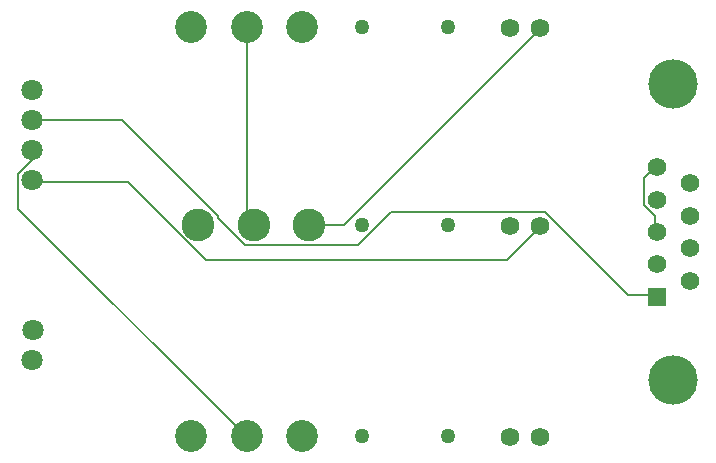
<source format=gbr>
G04 EAGLE Gerber RS-274X export*
G75*
%MOMM*%
%FSLAX34Y34*%
%LPD*%
%INBottom Copper*%
%IPPOS*%
%AMOC8*
5,1,8,0,0,1.08239X$1,22.5*%
G01*
G04 Define Apertures*
%ADD10R,1.560000X1.560000*%
%ADD11C,1.560000*%
%ADD12C,4.186000*%
%ADD13C,1.800000*%
%ADD14C,2.700000*%
%ADD15C,1.581000*%
%ADD16C,1.260000*%
%ADD17C,2.775000*%
%ADD18C,0.152400*%
D10*
X537640Y201300D03*
D11*
X537640Y228700D03*
X537640Y256100D03*
X537640Y283500D03*
X537640Y310900D03*
X566040Y215000D03*
X566040Y242400D03*
X566040Y269800D03*
X566040Y297200D03*
D12*
X551840Y381100D03*
X551840Y131200D03*
D13*
X9363Y173200D03*
X9186Y147801D03*
X9160Y376400D03*
X9160Y300200D03*
X9160Y325600D03*
X9160Y351000D03*
D14*
X237470Y429536D03*
X190470Y429536D03*
X143470Y429536D03*
X237470Y83360D03*
X190470Y83360D03*
X143470Y83360D03*
D15*
X413700Y82637D03*
X439100Y82637D03*
D16*
X288600Y429536D03*
X361000Y429536D03*
X288600Y262100D03*
X361000Y262100D03*
X288600Y83360D03*
X361000Y83360D03*
D15*
X413700Y261377D03*
X439100Y261377D03*
X413700Y428813D03*
X439100Y428813D03*
D17*
X149438Y262100D03*
X196438Y262100D03*
X243438Y262100D03*
D18*
X513588Y202692D02*
X536448Y202692D01*
X513588Y202692D02*
X443484Y272796D01*
X312420Y272796D01*
X284988Y245364D01*
X188976Y245364D01*
X166116Y268224D01*
X166116Y269748D01*
X85344Y350520D01*
X10668Y350520D01*
X536448Y202692D02*
X537640Y201300D01*
X10668Y350520D02*
X9160Y351000D01*
X9144Y324612D02*
X9144Y316992D01*
X-3048Y304800D01*
X-3048Y275844D01*
X188976Y83820D01*
X9144Y324612D02*
X9160Y325600D01*
X188976Y83820D02*
X190470Y83360D01*
X536448Y257556D02*
X536448Y269748D01*
X527304Y278892D01*
X527304Y301752D01*
X536448Y310896D01*
X536448Y257556D02*
X537640Y256100D01*
X537640Y310900D02*
X536448Y310896D01*
X272796Y262128D02*
X243840Y262128D01*
X272796Y262128D02*
X438912Y428244D01*
X243840Y262128D02*
X243438Y262100D01*
X438912Y428244D02*
X439100Y428813D01*
X89916Y298704D02*
X10668Y298704D01*
X89916Y298704D02*
X156304Y232316D01*
X410624Y232316D01*
X438912Y260604D01*
X10668Y298704D02*
X9160Y300200D01*
X438912Y260604D02*
X439100Y261377D01*
X190500Y266700D02*
X190500Y428244D01*
X190500Y266700D02*
X195072Y262128D01*
X190500Y428244D02*
X190470Y429536D01*
X195072Y262128D02*
X196438Y262100D01*
M02*

</source>
